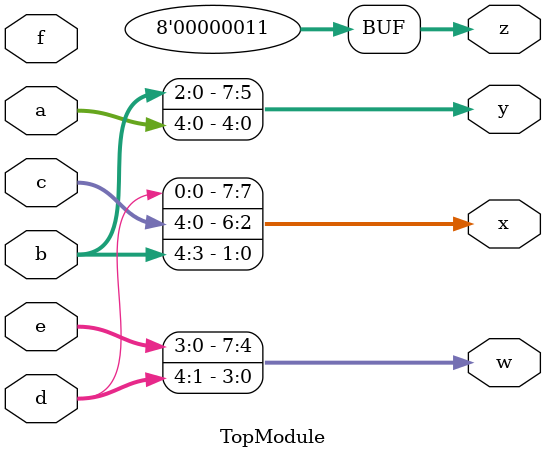
<source format=sv>

module TopModule (
  input [4:0] a,
  input [4:0] b,
  input [4:0] c,
  input [4:0] d,
  input [4:0] e,
  input [4:0] f,
  output [7:0] w,
  output [7:0] x,
  output [7:0] y,
  output [7:0] z
);
assign {w, x, y[7], y[6:0]} = {f, e, d, c, b, a};
assign z = 8'b11;
endmodule

</source>
